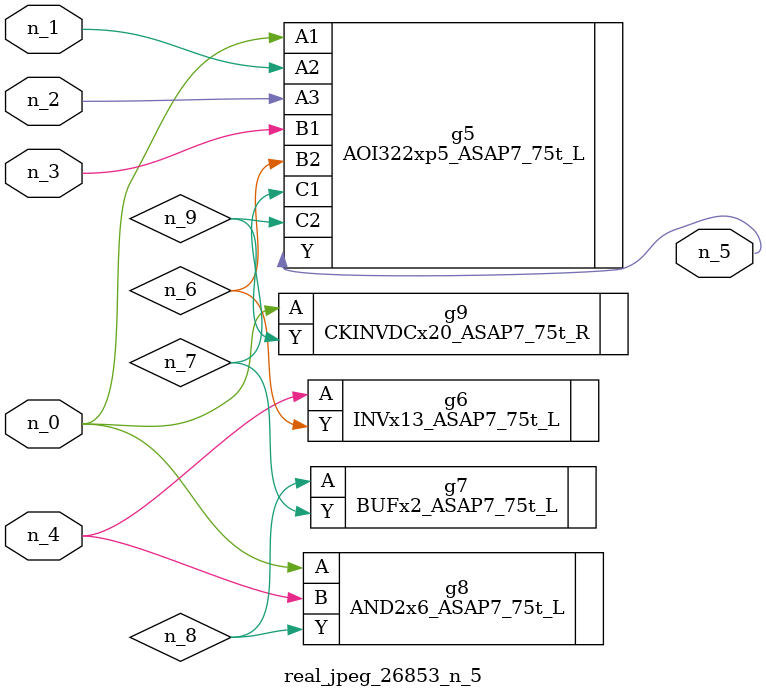
<source format=v>
module real_jpeg_26853_n_5 (n_4, n_0, n_1, n_2, n_3, n_5);

input n_4;
input n_0;
input n_1;
input n_2;
input n_3;

output n_5;

wire n_8;
wire n_6;
wire n_7;
wire n_9;

AOI322xp5_ASAP7_75t_L g5 ( 
.A1(n_0),
.A2(n_1),
.A3(n_2),
.B1(n_3),
.B2(n_6),
.C1(n_7),
.C2(n_9),
.Y(n_5)
);

AND2x6_ASAP7_75t_L g8 ( 
.A(n_0),
.B(n_4),
.Y(n_8)
);

CKINVDCx20_ASAP7_75t_R g9 ( 
.A(n_0),
.Y(n_9)
);

INVx13_ASAP7_75t_L g6 ( 
.A(n_4),
.Y(n_6)
);

BUFx2_ASAP7_75t_L g7 ( 
.A(n_8),
.Y(n_7)
);


endmodule
</source>
